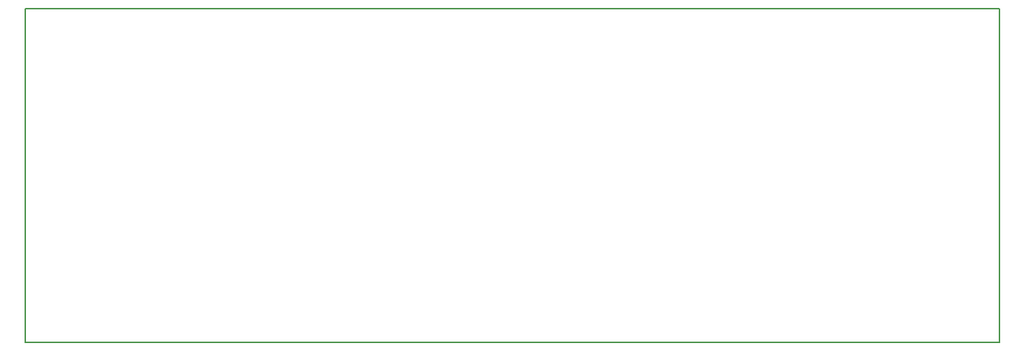
<source format=gm1>
G04 #@! TF.FileFunction,Profile,NP*
%FSLAX46Y46*%
G04 Gerber Fmt 4.6, Leading zero omitted, Abs format (unit mm)*
G04 Created by KiCad (PCBNEW 4.0.4+e1-6308~48~ubuntu14.04.1-stable) date Mon Jan  9 14:38:12 2017*
%MOMM*%
%LPD*%
G01*
G04 APERTURE LIST*
%ADD10C,0.100000*%
%ADD11C,0.150000*%
G04 APERTURE END LIST*
D10*
D11*
X85090000Y-95000000D02*
X85090000Y-55880000D01*
X199390000Y-95000000D02*
X85090000Y-95000000D01*
X199390000Y-55880000D02*
X199390000Y-95000000D01*
X85090000Y-55880000D02*
X199390000Y-55880000D01*
M02*

</source>
